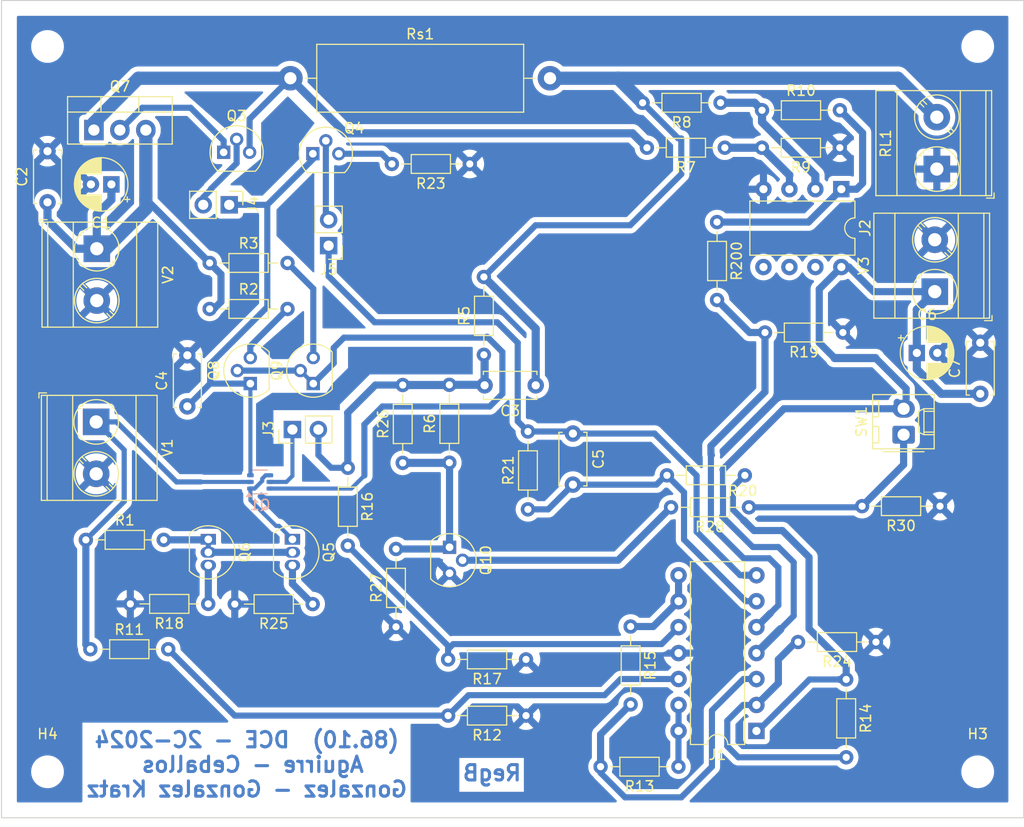
<source format=kicad_pcb>
(kicad_pcb (version 20240108) (generator "pcbnew") (generator_version "8.0")
  (layers (0 "F.Cu" signal) (31 "B.Cu" signal) (34 "B.Paste" user) (35 "F.Paste" user) (36 "B.SilkS" user "B.Silkscreen") (37 "F.SilkS" user "F.Silkscreen") (38 "B.Mask" user) (39 "F.Mask" user) (44 "Edge.Cuts" user))
  (net 0 "")
  (net 1 "Vreg")
  (net 2 "GND")
  (net 3 "Vref")
  (net 4 "Net-(R28-Pad1)")
  (net 5 "Net-(J1-Pin_3)")
  (net 6 "Vs1")
  (net 7 "Vs2")
  (net 8 "Net-(Q6-E)")
  (net 9 "Op2_V+")
  (net 10 "Op2_V-")
  (net 11 "Vref_C")
  (net 12 "Op2_Vout")
  (net 13 "Net-(Q4-E)")
  (net 14 "Net-(Q5-E)")
  (net 15 "Net-(J2-Pin_1)")
  (net 16 "Net-(J2-Pin_2)")
  (net 17 "Net-(Q10-D)")
  (net 18 "Vf")
  (net 19 "Net-(Q10-G)")
  (net 20 "Net-(Q5-B)")
  (net 21 "Net-(Q8-E)")
  (net 22 "Net-(Q9-E)")
  (net 23 "Net-(J2-Pin_3)")
  (net 24 "Net-(J1-Pin_2)")
  (net 25 "Net-(J1-Pin_12)")
  (net 26 "Net-(J1-Pin_13)")
  (net 27 "Net-(J1-Pin_8)")
  (net 28 "Net-(J1-Pin_10)")
  (net 29 "Net-(Q1A-E1)")
  (net 30 "Net-(Q3-C)")
  (net 31 "Vb")
  (net 32 "Net-(Q1A-C1)")
  (net 36 "V_sup")
  (net 37 "Net-(J3-Pin_1)")
  (net 38 "Net-(J4-Pin_2)")
  (net 39 "Net-(J5-Pin_2)")
  (footprint "Resistor_THT:R_Axial_DIN0204_L3.6mm_D1.6mm_P7.62mm_Horizontal" (layer "F.Cu") (at 121.81 79.24 90)
    (property "Reference" "R6")
    (property "Value" "2,2k")
  )
  (footprint "Resistor_THT:R_Axial_DIN0204_L3.6mm_D1.6mm_P7.62mm_Horizontal" (layer "F.Cu") (at 151.12 83.61 180)
    (property "Reference" "R28")
    (property "Value" "1K")
  )
  (footprint "Package_TO_SOT_THT:TO-92" (layer "F.Cu") (at 102.34 71.5 90)
    (property "Reference" "Q8")
    (property "Value" "BC557C")
  )
  (footprint "Resistor_THT:R_Axial_DIN0204_L3.6mm_D1.6mm_P7.62mm_Horizontal" (layer "F.Cu") (at 150.72 80.48 180)
    (property "Reference" "R20")
    (property "Value" "2,2K")
  )
  (footprint "Resistor_THT:R_Axial_DIN0204_L3.6mm_D1.6mm_P7.62mm_Horizontal" (layer "F.Cu") (at 160.635 100.46 -90)
    (property "Reference" "R14")
    (property "Value" "1K")
  )
  (footprint "Resistor_THT:R_Axial_DIN0204_L3.6mm_D1.6mm_P7.62mm_Horizontal" (layer "F.Cu") (at 98.36 64.19)
    (property "Reference" "R2")
    (property "Value" "100")
  )
  (footprint "Resistor_THT:R_Axial_DIN0204_L3.6mm_D1.6mm_P7.62mm_Horizontal" (layer "F.Cu") (at 98.36 59.69)
    (property "Reference" "R3")
    (property "Value" "100")
  )
  (footprint "Connector_PinHeader_2.54mm:PinHeader_1x02_P2.54mm_Vertical" (layer "F.Cu") (at 106.46 76 90)
    (property "Reference" "J3")
    (property "Value" "Conn_01x02_Pin")
  )
  (footprint "Package_TO_SOT_THT:TO-92_Inline" (layer "F.Cu") (at 106.46 86.745 -90)
    (property "Reference" "Q5")
    (property "Value" "BC547")
  )
  (footprint "Capacitor_THT:CP_Radial_D5.0mm_P2.00mm" (layer "F.Cu") (at 167.544888 68.5)
    (property "Reference" "C6")
    (property "Value" "10u")
  )
  (footprint "Capacitor_THT:C_Disc_D5.0mm_W2.5mm_P5.00mm" (layer "F.Cu") (at 133.9 76.39 -90)
    (property "Reference" "C5")
    (property "Value" "120n")
  )
  (footprint "Capacitor_THT:CP_Radial_D5.0mm_P2.00mm" (layer "F.Cu") (at 88.75 52 180)
    (property "Reference" "C1")
    (property "Value" "10u")
  )
  (footprint "Resistor_THT:R_Axial_DIN0204_L3.6mm_D1.6mm_P7.62mm_Horizontal" (layer "F.Cu") (at 86.69 97.5)
    (property "Reference" "R11")
    (property "Value" "2,2k")
  )
  (footprint "Resistor_THT:R_Axial_Power_L20.0mm_W6.4mm_P25.40mm" (layer "F.Cu") (at 106.26 41.61)
    (property "Reference" "Rs1")
    (property "Value" "0,1K")
  )
  (footprint "Resistor_THT:R_Axial_DIN0204_L3.6mm_D1.6mm_P7.62mm_Horizontal" (layer "F.Cu") (at 148.34 44.01 180)
    (property "Reference" "R8")
    (property "Value" "2,2K")
  )
  (footprint "Resistor_THT:R_Axial_DIN0204_L3.6mm_D1.6mm_P7.62mm_Horizontal" (layer "F.Cu") (at 169.81 83.5 180)
    (property "Reference" "R30")
    (property "Value" "20k")
  )
  (footprint "MountingHole:MountingHole_2.7mm_M2.5" (layer "F.Cu") (at 82.5 38.5)
    (property "Reference" "H2")
    (property "Value" "MountingHole")
  )
  (footprint "Resistor_THT:R_Axial_DIN0204_L3.6mm_D1.6mm_P7.62mm_Horizontal" (layer "F.Cu") (at 116.59 95.31 90)
    (property "Reference" "R27")
    (property "Value" "1,2K")
  )
  (footprint "Resistor_THT:R_Axial_DIN0204_L3.6mm_D1.6mm_P7.62mm_Horizontal" (layer "F.Cu") (at 111.875 79.74 -90)
    (property "Reference" "R16")
    (property "Value" "1k")
  )
  (footprint "Resistor_THT:R_Axial_DIN0204_L3.6mm_D1.6mm_P7.62mm_Horizontal" (layer "F.Cu") (at 144.225 109 180)
    (property "Reference" "R13")
    (property "Value" "1,1k")
  )
  (footprint "Resistor_THT:R_Axial_DIN0204_L3.6mm_D1.6mm_P7.62mm_Horizontal" (layer "F.Cu") (at 129.5 83.81 90)
    (property "Reference" "R21")
    (property "Value" "82K")
  )
  (footprint "Capacitor_THT:C_Disc_D5.0mm_W2.5mm_P5.00mm" (layer "F.Cu") (at 96.18 73.73 90)
    (property "Reference" "C4")
    (property "Value" "22n")
  )
  (footprint "Resistor_THT:R_Axial_DIN0204_L3.6mm_D1.6mm_P7.62mm_Horizontal" (layer "F.Cu") (at 160.31 66.5 180)
    (property "Reference" "R19")
    (property "Value" "82K")
  )
  (footprint "Resistor_THT:R_Axial_DIN0204_L3.6mm_D1.6mm_P7.62mm_Horizontal" (layer "F.Cu") (at 117.25 79.26 90)
    (property "Reference" "R26")
    (property "Value" "2,7k")
  )
  (footprint "Resistor_THT:R_Axial_DIN0204_L3.6mm_D1.6mm_P7.62mm_Horizontal" (layer "F.Cu") (at 98.22 93.065 180)
    (property "Reference" "R18")
    (property "Value" "820")
  )
  (footprint "MountingHole:MountingHole_2.7mm_M2.5" (layer "F.Cu") (at 173.5 38.5)
    (property "Reference" "H1")
    (property "Value" "MountingHole")
  )
  (footprint "Package_DIP:DIP-14_W7.62mm" (layer "F.Cu") (at 151.855 105.5 180)
    (property "Reference" "J1")
    (property "Value" "Conn_02x07_Counter_Clockwise_MountingPin")
  )
  (footprint "Connector_Molex:Molex_KK-254_AE-6410-02A_1x02_P2.54mm_Vertical" (layer "F.Cu") (at 166.25 76.5 90)
    (property "Reference" "SW1")
    (property "Value" "SW_DIP_x01")
  )
  (footprint "MountingHole:MountingHole_2.7mm_M2.5" (layer "F.Cu") (at 82.5 109.5)
    (property "Reference" "H4")
    (property "Value" "MountingHole")
  )
  (footprint "Resistor_THT:R_Axial_DIN0204_L3.6mm_D1.6mm_P7.62mm_Horizontal" (layer "F.Cu") (at 163.545 96.8 180)
    (property "Reference" "R24")
    (property "Value" "1K")
  )
  (footprint "Package_TO_SOT_THT:TO-92_Inline" (layer "F.Cu") (at 98.23 86.745 -90)
    (property "Reference" "Q6")
    (property "Value" "BC547")
  )
  (footprint "Resistor_THT:R_Axial_DIN0204_L3.6mm_D1.6mm_P7.62mm_Horizontal" (layer "F.Cu") (at 123.81 50 180)
    (property "Reference" "R23")
    (property "Value" "75")
  )
  (footprint "TerminalBlock_Phoenix:TerminalBlock_Phoenix_MKDS-3-2-5.08_1x02_P5.08mm_Horizontal" (layer "F.Cu") (at 87.32 58.295 -90)
    (property "Reference" "V2")
    (property "Value" "6.35")
  )
  (footprint "Resistor_THT:R_Axial_DIN0204_L3.6mm_D1.6mm_P7.62mm_Horizontal" (layer "F.Cu") (at 148 55.69 -90)
    (property "Reference" "R200")
    (property "Value" "2,2K")
  )
  (footprint "Capacitor_THT:C_Disc_D5.0mm_W2.5mm_P5.00mm" (layer "F.Cu") (at 130.26 71.67 180)
    (property "Reference" "C3")
    (property "Value" "1n")
  )
  (footprint "Resistor_THT:R_Axial_DIN0204_L3.6mm_D1.6mm_P7.62mm_Horizontal" (layer "F.Cu") (at 148.76 48.41 180)
    (property "Reference" "R7")
    (property "Value" "2,2K")
  )
  (footprint "Package_TO_SOT_THT:TO-92" (layer "F.Cu") (at 99.73 48.86)
    (property "Reference" "Q3")
    (property "Value" "2N2222")
  )
  (footprint "Capacitor_THT:C_Disc_D5.0mm_W2.5mm_P5.00mm" (layer "F.Cu") (at 173.75 72.5 90)
    (property "Reference" "C7")
    (property "Value" "10n")
  )
  (footprint "MountingHole:MountingHole_2.7mm_M2.5" (layer "F.Cu") (at 173.5 109.5)
    (property "Reference" "H3")
    (property "Value" "MountingHole")
  )
  (footprint "TerminalBlock_Phoenix:TerminalBlock_Phoenix_MKDS-3-2-5.08_1x02_P5.08mm_Horizontal" (layer "F.Cu") (at 169.3 62.5 90)
    (property "Reference" "V3")
    (property "Value" "6")
  )
  (footprint "Package_TO_SOT_THT:TO-92" (layer "F.Cu") (at 108.46 49)
    (property "Reference" "Q4")
    (property "Value" "2N2222")
  )
  (footprint "TerminalBlock_Phoenix:TerminalBlock_Phoenix_MKDS-3-2-5.08_1x02_P5.08mm_Horizontal" (layer "F.Cu") (at 87.26 75.25 -90)
    (property "Reference" "V1")
    (property "Value" "1,2")
  )
  (footprint "Resistor_THT:R_Axial_DIN0204_L3.6mm_D1.6mm_P7.62mm_Horizontal" (layer "F.Cu") (at 152.4 44.74)
    (property "Reference" "R10")
    (property "Value" "22K")
  )
  (footprint "Capacitor_THT:C_Disc_D5.0mm_W2.5mm_P5.00mm" (layer "F.Cu") (at 82.5 53.75 90)
    (property "Reference" "C2")
    (property "Value" "10n")
  )
  (footprint "Resistor_THT:R_Axial_DIN0204_L3.6mm_D1.6mm_P7.62mm_Horizontal" (layer "F.Cu") (at 129.31 98.5 180)
    (property "Reference" "R17")
    (property "Value" "11k")
  )
  (footprint "Package_TO_SOT_THT:TO-220-3_Vertical" (layer "F.Cu") (at 87.04 46.68)
    (property "Reference" "Q7")
    (property "Value" "TIP42C")
  )
  (footprint "Resistor_THT:R_Axial_DIN0204_L3.6mm_D1.6mm_P7.62mm_Horizontal" (layer "F.Cu") (at 129.31 104 180)
    (property "Reference" "R12")
    (property "Value" "910")
  )
  (footprint "TerminalBlock_Phoenix:TerminalBlock_Phoenix_MKDS-3-2-5.08_1x02_P5.08mm_Horizontal" (layer "F.Cu") (at 169.5 50.5 90)
    (property "Reference" "RL1")
    (property "Value" "R")
  )
  (footprint "Package_TO_SOT_THT:TO-92" (layer "F.Cu") (at 121.83 87.52 -90)
    (property "Reference" "Q10")
    (property "Value" "BS170")
  )
  (footprint "Resistor_THT:R_Axial_DIN0204_L3.6mm_D1.6mm_P7.62mm_Horizontal" (layer "F.Cu") (at 108.44 93.085 180)
    (property "Reference" "R25")
    (property "Value" "820")
  )
  (footprint "Resistor_THT:R_Axial_DIN0204_L3.6mm_D1.6mm_P7.62mm_Horizontal" (layer "F.Cu") (at 125.19 68.68 90)
    (property "Reference" "R5")
    (property "Value" "3,6K")
  )
  (footprint "Package_DIP:DIP-8_W7.62mm" (layer "F.Cu") (at 160.16 52.47 -90)
    (property "Reference" "J2")
    (property "Value" "OP295")
  )
  (footprint "Package_TO_SOT_THT:TO-92" (layer "F.Cu") (at 108.5 71.5 90)
    (property "Reference" "Q9")
    (property "Value" "BC557C")
  )
  (footprint "Resistor_THT:R_Axial_DIN0204_L3.6mm_D1.6mm_P7.62mm_Horizontal" (layer "F.Cu") (at 160.01 48.41 180)
    (property "Reference" "R9")
    (property "Value" "22K")
  )
  (footprint "Resistor_THT:R_Axial_DIN0204_L3.6mm_D1.6mm_P7.62mm_Horizontal" (layer "F.Cu") (at 139.545 95.28 -90)
    (property "Reference" "R15")
    (property "Value" "1k")
  )
  (footprint "Connector_PinHeader_2.54mm:PinHeader_1x02_P2.54mm_Vertical" (layer "F.Cu") (at 110 58 180)
    (property "Reference" "J5")
    (property "Value" "Conn_01x02_Pin")
  )
  (footprint "Resistor_THT:R_Axial_DIN0204_L3.6mm_D1.6mm_P7.62mm_Horizontal" (layer "F.Cu") (at 86.25 86.795)
    (property "Reference" "R1")
    (property "Value" "100")
  )
  (footprint "Connector_PinHeader_2.54mm:PinHeader_1x02_P2.54mm_Vertical" (layer "F.Cu") (at 100.275 54 -90)
    (property "Reference" "J4")
    (property "Value" "Conn_01x02_Pin")
  )
  (footprint "Package_TO_SOT_SMD:SOT-363_SC-70-6" (layer "B.Cu") (at 103.3 81.125)
    (property "Reference" "Q1")
    (property "Value" "BC847BPN")
  )
  (gr_poly (pts (xy 113.5 66) (xy 109.5 62) (xy 109.5 66)) (stroke (width 0.2)) (fill solid) (layer "B.Cu"))
  (gr_poly (pts (xy 107.5 64.5) (xy 103.5 68) (xy 104.5 69) (xy 106 69) (xy 107.5 67.5)) (stroke (width 0.2)) (fill solid) (layer "B.Cu"))
  (gr_poly (pts (xy 103.5 49.5) (xy 100.5 52) (xy 101.5 52) (xy 102.5 53) (xy 103.5 53) (xy 107 49.5)) (stroke (width 0.2)) (fill solid) (layer "B.Cu"))
  (gr_poly (pts (xy 112 70) (xy 110.5 71.5) (xy 109.5 73) (xy 111 73.5) (xy 114.5 70)) (stroke (width 0.2)) (fill solid) (layer "B.Cu"))
  (gr_poly (pts (xy 103 79.5) (xy 103 73.5) (xy 104.5 72.5) (xy 104.5 79.5)) (stroke (width 0.2)) (fill solid) (layer "B.Cu"))
  (gr_poly (pts (xy 104.5 74) (xy 104.5 72.5) (xy 111 72.5) (xy 111 74)) (stroke (width 0.2)) (fill solid) (layer "B.Cu"))
  (gr_poly (pts (xy 108.5 60.5) (xy 105 57) (xy 105 54.5) (xy 108.5 51)) (stroke (width 0.2)) (fill solid) (layer "B.Cu"))
  (gr_poly (pts (xy 107 49.5) (xy 103.5 49.5) (xy 103.5 46) (xy 106 43.5) (xy 108.5 46) (xy 107 48)) (stroke (width 0.2)) (fill solid) (layer "B.Cu"))
  (gr_poly (pts (xy 107.5 78.5) (xy 110 81) (xy 107.5 81)) (stroke (width 0.2)) (fill solid) (layer "B.Cu"))
  (gr_poly (pts (xy 104.5 77.5) (xy 105.5 77.5) (xy 105.5 79.5) (xy 104.5 79.5)) (stroke (width 0.2)) (fill solid) (layer "B.Cu"))
  (gr_poly (pts (xy 112 70.5) (xy 124 70.5) (xy 124 68) (xy 112 68)) (stroke (width 0.2)) (fill solid) (layer "B.Cu"))
  (gr_poly (pts (xy 96 43) (xy 103.5 43) (xy 100 46.5)) (stroke (width 0.2)) (fill solid) (layer "B.Cu"))
  (gr_rect (start 78 34) (end 178 114) (stroke (width 0.1)) (fill none) (layer "Edge.Cuts"))
  (gr_text "RegB\n" (at 129 110.5 0) (layer "B.Cu") (effects (font (size 1.5 1.5) (thickness 0.3) (bold yes)) (justify left bottom mirror)))
  (gr_text "(86.10)  DCE - 2C-2024\nAguirre - Ceballos \nGonzalez - Gonzalez Kratz\n\n" (at 102 114.5 0) (layer "B.Cu") (effects (font (size 1.5 1.5) (thickness 0.3) (bold yes)) (justify bottom mirror)))
  (segment (start 87.32 58.295) (end 88.205 58.295) (width 1.3) (layer "B.Cu") (net 1))
  (segment (start 88.75 52) (end 88.75 53.5) (width 0.8) (layer "B.Cu") (net 1))
  (segment (start 99.47 60.8) (end 99.47 63.49) (width 0.7) (layer "B.Cu") (net 1))
  (segment (start 87.32 54.93) (end 87.32 58.295) (width 0.8) (layer "B.Cu") (net 1))
  (segment (start 88.205 58.295) (end 92.12 54.38) (width 1.3) (layer "B.Cu") (net 1))
  (segment (start 92.12 53.5) (end 92.12 46.68) (width 1.3) (layer "B.Cu") (net 1))
  (segment (start 92.12 54.38) (end 92.12 53.5) (width 1.3) (layer "B.Cu") (net 1))
  (segment (start 82.5 55.5) (end 85.295 58.295) (width 0.8) (layer "B.Cu") (net 1))
  (segment (start 88.75 53.5) (end 87.32 54.93) (width 0.8) (layer "B.Cu") (net 1))
  (segment (start 82.5 53.75) (end 82.5 55.5) (width 0.8) (layer "B.Cu") (net 1))
  (segment (start 99.47 63.49) (end 98.77 64.19) (width 0.7) (layer "B.Cu") (net 1))
  (segment (start 98.36 59.69) (end 99.47 60.8) (width 0.7) (layer "B.Cu") (net 1))
  (segment (start 98.36 59.69) (end 92.17 53.5) (width 0.7) (layer "B.Cu") (net 1))
  (segment (start 98.77 64.19) (end 98.36 64.19) (width 0.7) (layer "B.Cu") (net 1))
  (segment (start 92.17 53.5) (end 92.12 53.5) (width 0.6) (layer "B.Cu") (net 1))
  (segment (start 85.295 58.295) (end 87.32 58.295) (width 0.8) (layer "B.Cu") (net 1))
  (segment (start 90 83.045) (end 86.25 86.795) (width 0.508) (layer "B.Cu") (net 3))
  (segment (start 89.25 75.25) (end 95.125 81.125) (width 0.508) (layer "B.Cu") (net 3))
  (segment (start 89.25 75.25) (end 87.26 75.25) (width 0.508) (layer "B.Cu") (net 3))
  (segment (start 86.25 97.06) (end 86.69 97.5) (width 0.7) (layer "B.Cu") (net 3))
  (segment (start 90 77.99) (end 90 83.045) (width 0.508) (layer "B.Cu") (net 3))
  (segment (start 97.5 81.125) (end 102.35 81.125) (width 0.4) (layer "B.Cu") (net 3))
  (segment (start 87.26 75.25) (end 90 77.99) (width 0.508) (layer "B.Cu") (net 3))
  (segment (start 86.25 86.795) (end 86.25 97.06) (width 0.7) (layer "B.Cu") (net 3))
  (segment (start 95.125 81.125) (end 97.5 81.125) (width 0.508) (layer "B.Cu") (net 3))
  (segment (start 162.08 83.61) (end 162.19 83.5) (width 0.6) (layer "B.Cu") (net 4))
  (segment (start 166.25 79.44) (end 162.19 83.5) (width 0.7) (layer "B.Cu") (net 4))
  (segment (start 166.25 76.5) (end 166.25 79.44) (width 0.7) (layer "B.Cu") (net 4))
  (segment (start 151.12 83.61) (end 162.08 83.61) (width 0.6) (layer "B.Cu") (net 4))
  (segment (start 136.605 109.605) (end 139 112) (width 0.6) (layer "B.Cu") (net 5))
  (segment (start 147.5 103.5) (end 150.58 100.42) (width 0.6) (layer "B.Cu") (net 5))
  (segment (start 139 112) (end 144.5 112) (width 0.6) (layer "B.Cu") (net 5))
  (segment (start 136.605 109) (end 136.605 109.605) (width 0.6) (layer "B.Cu") (net 5))
  (segment (start 147.5 109) (end 147.5 103.5) (width 0.6) (layer "B.Cu") (net 5))
  (segment (start 144.5 112) (end 147.5 109) (width 0.6) (layer "B.Cu") (net 5))
  (segment (start 136.605 105.84) (end 139.545 102.9) (width 0.7) (layer "B.Cu") (net 5))
  (segment (start 151.855 100.42) (end 151.855 100.89) (width 0.7) (layer "B.Cu") (net 5))
  (segment (start 150.58 100.42) (end 151.855 100.42) (width 0.6) (layer "B.Cu") (net 5))
  (segment (start 136.605 109) (end 136.605 105.84) (width 0.7) (layer "B.Cu") (net 5))
  (segment (start 139.73 47) (end 111.65 47) (width 0.8) (layer "B.Cu") (net 6))
  (segment (start 87.04 45.96) (end 87.04 46.68) (width 1.3) (layer "B.Cu") (net 6))
  (segment (start 102.27 45.6) (end 102.27 48.86) (width 0.6) (layer "B.Cu") (net 6))
  (segment (start 91.39 41.61) (end 87.04 45.96) (width 1.3) (layer "B.Cu") (net 6))
  (segment (start 106.26 41.61) (end 102.27 45.6) (width 0.6) (layer "B.Cu") (net 6))
  (segment (start 106.26 41.61) (end 91.39 41.61) (width 1.3) (layer "B.Cu") (net 6))
  (segment (start 141.14 48.41) (end 139.73 47) (width 0.8) (layer "B.Cu") (net 6))
  (segment (start 111.65 47) (end 106.26 41.61) (width 0.8) (layer "B.Cu") (net 6))
  (segment (start 130.26 66.13) (end 125.19 61.06) (width 0.8) (layer "B.Cu") (net 7))
  (segment (start 131.66 41.61) (end 131.77 41.5) (width 1.3) (layer "B.Cu") (net 7))
  (segment (start 138.32 41.61) (end 165.69 41.61) (width 1.3) (layer "B.Cu") (net 7))
  (segment (start 138.32 41.61) (end 140.72 44.01) (width 1.3) (layer "B.Cu") (net 7))
  (segment (start 144.5 47.5) (end 144.21 47.5) (width 0.6) (layer "B.Cu") (net 7))
  (segment (start 139.5 56) (end 144.5 51) (width 0.6) (layer "B.Cu") (net 7))
  (segment (start 144.21 47.5) (end 140.72 44.01) (width 0.6) (layer "B.Cu") (net 7))
  (segment (start 165.69 41.61) (end 169.5 45.42) (width 1.3) (layer "B.Cu") (net 7))
  (segment (start 144.5 51) (end 144.5 47.5) (width 0.6) (layer "B.Cu") (net 7))
  (segment (start 125.19 61.06) (end 130.25 56) (width 0.6) (layer "B.Cu") (net 7))
  (segment (start 131.66 41.61) (end 138.32 41.61) (width 1.3) (layer "B.Cu") (net 7))
  (segment (start 130.26 71.67) (end 130.26 66.13) (width 0.8) (layer "B.Cu") (net 7))
  (segment (start 130.25 56) (end 139.5 56) (width 0.6) (layer "B.Cu") (net 7))
  (segment (start 98.23 93.055) (end 98.22 93.065) (width 0.508) (layer "B.Cu") (net 8))
  (segment (start 98.23 89.285) (end 98.23 93.055) (width 0.7) (layer "B.Cu") (net 8))
  (segment (start 147.4 77.6) (end 147.4 78.4) (width 0.7) (layer "B.Cu") (net 9))
  (segment (start 147.4 85.4) (end 147.4 78.6) (width 0.6) (layer "B.Cu") (net 9))
  (segment (start 154 89.5) (end 153.1 88.6) (width 0.6) (layer "B.Cu") (net 9))
  (segment (start 154 93.195) (end 154 89.5) (width 0.6) (layer "B.Cu") (net 9))
  (segment (start 153.225 93.97) (end 154 93.195) (width 0.6) (layer "B.Cu") (net 9))
  (segment (start 147.4 78.6) (end 147.5 78.5) (width 0.6) (layer "B.Cu") (net 9))
  (segment (start 152.69 66.5) (end 151.19 66.5) (width 0.7) (layer "B.Cu") (net 9))
  (segment (start 151.19 66.5) (end 148 63.31) (width 0.7) (layer "B.Cu") (net 9))
  (segment (start 151.855 95.34) (end 153.225 93.97) (width 0.7) (layer "B.Cu") (net 9))
  (segment (start 152.69 72.31) (end 147.4 77.6) (width 0.7) (layer "B.Cu") (net 9))
  (segment (start 152.69 66.5) (end 152.69 72.31) (width 0.7) (layer "B.Cu") (net 9))
  (segment (start 150.6 88.6) (end 147.4 85.4) (width 0.6) (layer "B.Cu") (net 9))
  (segment (start 153.1 88.6) (end 150.6 88.6) (width 0.6) (layer "B.Cu") (net 9))
  (segment (start 144.77 82.15) (end 144.77 86.77) (width 0.6) (layer "B.Cu") (net 10))
  (segment (start 143.1 80.48) (end 144.77 82.15) (width 0.6) (layer "B.Cu") (net 10))
  (segment (start 142.07 81.39) (end 133.9 81.39) (width 0.6) (layer "B.Cu") (net 10))
  (segment (start 150.8 92.8) (end 151.855 92.8) (width 0.6) (layer "B.Cu") (net 10))
  (segment (start 144.77 86.77) (end 150.8 92.8) (width 0.6) (layer "B.Cu") (net 10))
  (segment (start 131.48 83.81) (end 133.9 81.39) (width 0.6) (layer "B.Cu") (net 10))
  (segment (start 143.1 80.48) (end 142.98 80.48) (width 0.6) (layer "B.Cu") (net 10))
  (segment (start 142.98 80.48) (end 142.07 81.39) (width 0.6) (layer "B.Cu") (net 10))
  (segment (start 129.5 83.81) (end 131.48 83.81) (width 0.6) (layer "B.Cu") (net 10))
  (segment (start 157 95.5) (end 160.635 99.135) (width 0.7) (layer "B.Cu") (net 11))
  (segment (start 150.593948 84.88) (end 149.55 83.836052) (width 0.6) (layer "B.Cu") (net 11))
  (segment (start 154.384817 85.884817) (end 157 88.5) (width 0.7) (layer "B.Cu") (net 11))
  (segment (start 149.55 81.65) (end 150.72 80.48) (width 0.6) (layer "B.Cu") (net 11))
  (segment (start 149.55 83.836052) (end 149.55 81.65) (width 0.6) (layer "B.Cu") (net 11))
  (segment (start 157.04 100.46) (end 160 100.46) (width 0.6) (layer "B.Cu") (net 11))
  (segment (start 160 100.46) (end 160.635 100.46) (width 0.7) (layer "B.Cu") (net 11))
  (segment (start 151.615183 85.884817) (end 154.384817 85.884817) (width 0.7) (layer "B.Cu") (net 11))
  (segment (start 152 105.5) (end 157.04 100.46) (width 0.6) (layer "B.Cu") (net 11))
  (segment (start 157 88.5) (end 157 95.5) (width 0.7) (layer "B.Cu") (net 11))
  (segment (start 150.593948 84.88) (end 150.610366 84.88) (width 0.7) (layer "B.Cu") (net 11))
  (segment (start 160.635 100.46) (end 160.66 100.435) (width 0.7) (layer "B.Cu") (net 11))
  (segment (start 160.635 99.135) (end 160.635 100.46) (width 0.7) (layer "B.Cu") (net 11))
  (segment (start 150.610366 84.88) (end 151.615183 85.884817) (width 0.7) (layer "B.Cu") (net 11))
  (segment (start 151.855 105.5) (end 152 105.5) (width 0.6) (layer "B.Cu") (net 11))
  (segment (start 150.26 90.26) (end 146 86) (width 0.6) (layer "B.Cu") (net 12))
  (segment (start 150.74 90.26) (end 150.26 90.26) (width 0.6) (layer "B.Cu") (net 12))
  (segment (start 129.5 76.19) (end 133.7 76.19) (width 0.6) (layer "B.Cu") (net 12))
  (segment (start 128.5 75.19) (end 129.5 76.19) (width 0.6) (layer "B.Cu") (net 12))
  (segment (start 151.855 90.26) (end 150.74 90.26) (width 0.7) (layer "B.Cu") (net 12))
  (segment (start 146 80.5) (end 141.89 76.39) (width 0.6) (layer "B.Cu") (net 12))
  (segment (start 128.5 67.5) (end 128.5 75.19) (width 0.6) (layer "B.Cu") (net 12))
  (segment (start 141.89 76.39) (end 133.9 76.39) (width 0.6) (layer "B.Cu") (net 12))
  (segment (start 110 61) (end 114.5 65.5) (width 0.6) (layer "B.Cu") (net 12))
  (segment (start 150.74 90.26) (end 150.616076 90.26) (width 0.7) (layer "B.Cu") (net 12))
  (segment (start 114.5 65.5) (end 126.5 65.5) (width 0.6) (layer "B.Cu") (net 12))
  (segment (start 110 58) (end 110 61) (width 0.6) (layer "B.Cu") (net 12))
  (segment (start 133.7 76.19) (end 133.9 76.39) (width 0.6) (layer "B.Cu") (net 12))
  (segment (start 126.5 65.5) (end 128.5 67.5) (width 0.6) (layer "B.Cu") (net 12))
  (segment (start 146 86) (end 146 80.5) (width 0.6) (layer "B.Cu") (net 12))
  (segment (start 111 49) (end 115.19 49) (width 0.6) (layer "B.Cu") (net 13))
  (segment (start 115.19 49) (end 116.19 50) (width 0.6) (layer "B.Cu") (net 13))
  (segment (start 106.46 91.105) (end 108.44 93.085) (width 0.7) (layer "B.Cu") (net 14))
  (segment (start 106.46 89.285) (end 106.46 91.105) (width 0.7) (layer "B.Cu") (net 14))
  (segment (start 162.24 51.88) (end 161.65 52.47) (width 0.7) (layer "B.Cu") (net 15))
  (segment (start 148 55.69) (end 156.94 55.69) (width 0.7) (layer "B.Cu") (net 15))
  (segment (start 156.94 55.69) (end 160.16 52.47) (width 0.7) (layer "B.Cu") (net 15))
  (segment (start 160.02 44.74) (end 162.24 46.96) (width 0.7) (layer "B.Cu") (net 15))
  (segment (start 161.65 52.47) (end 160.16 52.47) (width 0.7) (layer "B.Cu") (net 15))
  (segment (start 162.24 46.96) (end 162.24 51.88) (width 0.7) (layer "B.Cu") (net 15))
  (segment (start 152.4 44.923948) (end 152.4 44.74) (width 0.7) (layer "B.Cu") (net 16))
  (segment (start 151.67 44.01) (end 152.4 44.74) (width 0.8) (layer "B.Cu") (net 16))
  (segment (start 148.34 44.01) (end 151.67 44.01) (width 0.8) (layer "B.Cu") (net 16))
  (segment (start 152.4 45.9) (end 157.62 51.12) (width 0.8) (layer "B.Cu") (net 16))
  (segment (start 157.62 51.12) (end 157.62 52.47) (width 0.8) (layer "B.Cu") (net 16))
  (segment (start 152.4 44.74) (end 152.4 45.9) (width 0.8) (layer "B.Cu") (net 16))
  (segment (start 121.66 87.69) (end 121.83 87.52) (width 0.7) (layer "B.Cu") (net 17))
  (segment (start 121.79 79.26) (end 121.81 79.24) (width 0.8) (layer "B.Cu") (net 17))
  (segment (start 121.83 79.26) (end 121.81 79.24) (width 0.7) (layer "B.Cu") (net 17))
  (segment (start 121.77 79.2) (end 121.81 79.24) (width 0.7) (layer "B.Cu") (net 17))
  (segment (start 116.59 87.69) (end 121.66 87.69) (width 0.7) (layer "B.Cu") (net 17))
  (segment (start 117.25 79.26) (end 121.79 79.26) (width 0.8) (layer "B.Cu") (net 17))
  (segment (start 121.83 87.52) (end 121.83 79.26) (width 0.7) (layer "B.Cu") (net 17))
  (segment (start 125.26 71.67) (end 125.26 68.75) (width 0.8) (layer "B.Cu") (net 18))
  (segment (start 121.81 71.62) (end 125.21 71.62) (width 0.8) (layer "B.Cu") (net 18))
  (segment (start 125.26 68.75) (end 125.19 68.68) (width 0.8) (layer "B.Cu") (net 18))
  (segment (start 111.86 74.36) (end 114.58 71.64) (width 0.7) (layer "B.Cu") (net 18))
  (segment (start 121.79 71.64) (end 121.81 71.62) (width 0.8) (layer "B.Cu") (net 18))
  (segment (start 125.21 71.62) (end 125.26 71.67) (width 0.8) (layer "B.Cu") (net 18))
  (segment (start 109 78.5) (end 110.24 79.74) (width 0.6) (layer "B.Cu") (net 18))
  (segment (start 111.86 74.36) (end 111.875 74.375) (width 0.7) (layer "B.Cu") (net 18))
  (segment (start 110.24 79.74) (end 111.875 79.74) (width 0.6) (layer "B.Cu") (net 18))
  (segment (start 114.58 71.64) (end 117.25 71.64) (width 0.7) (layer "B.Cu") (net 18))
  (segment (start 111.875 74.375) (end 111.875 79.74) (width 0.7) (layer "B.Cu") (net 18))
  (segment (start 117.25 71.64) (end 121.79 71.64) (width 0.8) (layer "B.Cu") (net 18))
  (segment (start 109 76) (end 109 78.5) (width 0.6) (layer "B.Cu") (net 18))
  (segment (start 123.1 88.79) (end 138.32 88.79) (width 0.7) (layer "B.Cu") (net 19))
  (segment (start 138.32 88.79) (end 143.5 83.61) (width 0.7) (layer "B.Cu") (net 19))
  (segment (start 93.87 86.795) (end 98.18 86.795) (width 0.7) (layer "B.Cu") (net 20))
  (segment (start 98.23 88.015) (end 106.46 88.015) (width 0.7) (layer "B.Cu") (net 20))
  (segment (start 98.23 88.015) (end 98.23 86.745) (width 0.508) (layer "B.Cu") (net 20))
  (segment (start 98.18 86.795) (end 98.23 86.745) (width 0.508) (layer "B.Cu") (net 20))
  (segment (start 102.34 67.83) (end 105.98 64.19) (width 0.6) (layer "B.Cu") (net 21))
  (segment (start 102.34 68.96) (end 102.34 67.83) (width 0.6) (layer "B.Cu") (net 21))
  (segment (start 108.5 68.96) (end 108.5 62.21) (width 0.6) (layer "B.Cu") (net 22))
  (segment (start 108.5 62.21) (end 105.98 59.69) (width 0.6) (layer "B.Cu") (net 22))
  (segment (start 155.08 52.47) (end 155.08 51.1) (width 0.7) (layer "B.Cu") (net 23))
  (segment (start 148.76 48.41) (end 152.39 48.41) (width 0.8) (layer "B.Cu") (net 23))
  (segment (start 152.39 48.41) (end 155.08 51.1) (width 0.8) (layer "B.Cu") (net 23))
  (segment (start 155.7 96.8) (end 155.925 96.8) (width 0.7) (layer "B.Cu") (net 24))
  (segment (start 154 98.5) (end 155.7 96.8) (width 0.7) (layer "B.Cu") (net 24))
  (segment (start 154 100.815) (end 154 98.5) (width 0.7) (layer "B.Cu") (net 24))
  (segment (start 149 107) (end 150.08 108.08) (width 0.6) (layer "B.Cu") (net 24))
  (segment (start 150.08 108.08) (end 160.635 108.08) (width 0.6) (layer "B.Cu") (net 24))
  (segment (start 151.855 102.96) (end 154 100.815) (width 0.7) (layer "B.Cu") (net 24))
  (segment (start 151.855 102.96) (end 150.54 102.96) (width 0.6) (layer "B.Cu") (net 24))
  (segment (start 149 104.5) (end 149 107) (width 0.6) (layer "B.Cu") (net 24))
  (segment (start 150.54 102.96) (end 149 104.5) (width 0.6) (layer "B.Cu") (net 24))
  (segment (start 123.69 102) (end 121.69 104) (width 0.6) (layer "B.Cu") (net 25))
  (segment (start 100.81 104) (end 94.31 97.5) (width 0.6) (layer "B.Cu") (net 25))
  (segment (start 121.69 104) (end 100.81 104) (width 0.6) (layer "B.Cu") (net 25))
  (segment (start 144.235 100.42) (end 138.58 100.42) (width 0.6) (layer "B.Cu") (net 25))
  (segment (start 138.58 100.42) (end 137 102) (width 0.6) (layer "B.Cu") (net 25))
  (segment (start 137 102) (end 123.69 102) (width 0.6) (layer "B.Cu") (net 25))
  (segment (start 144.235 102.96) (end 144.235 105.5) (width 0.6) (layer "B.Cu") (net 26))
  (segment (start 144.225 109) (end 144.225 105.51) (width 0.6) (layer "B.Cu") (net 26))
  (segment (start 144.225 105.51) (end 144.235 105.5) (width 0.6) (layer "B.Cu") (net 26))
  (segment (start 141.755 95.28) (end 144.235 92.8) (width 0.7) (layer "B.Cu") (net 27))
  (segment (start 139.545 95.28) (end 141.755 95.28) (width 0.7) (layer "B.Cu") (net 27))
  (segment (start 144.235 92.8) (end 144.235 90.26) (width 0.7) (layer "B.Cu") (net 27))
  (segment (start 144.235 95.34) (end 142.575 97) (width 0.6) (layer "B.Cu") (net 28))
  (segment (start 122.19 97) (end 121.69 97.5) (width 0.6) (layer "B.Cu") (net 28))
  (segment (start 121.69 97.5) (end 121.69 98.5) (width 0.6) (layer "B.Cu") (net 28))
  (segment (start 121.69 97.175) (end 121.69 97.5) (width 0.6) (layer "B.Cu") (net 28))
  (segment (start 142.575 97) (end 122.19 97) (width 0.6) (layer "B.Cu") (net 28))
  (segment (start 111.875 87.36) (end 121.69 97.175) (width 0.6) (layer "B.Cu") (net 28))
  (segment (start 105.145 85.43) (end 106.46 86.745) (width 0.4) (layer "B.Cu") (net 29))
  (segment (start 103.505 80.806838) (end 103.836838 80.475) (width 0.4) (layer "B.Cu") (net 29))
  (segment (start 102.35 81.775) (end 102.763162 81.775) (width 0.4) (layer "B.Cu") (net 29))
  (segment (start 102.35 81.775) (end 102.35 82.92) (width 0.4) (layer "B.Cu") (net 29))
  (segment (start 103.505 81.033162) (end 103.505 80.806838) (width 0.4) (layer "B.Cu") (net 29))
  (segment (start 102.763162 81.775) (end 103.505 81.033162) (width 0.4) (layer "B.Cu") (net 29))
  (segment (start 104.86 85.43) (end 105.145 85.43) (width 0.4) (layer "B.Cu") (net 29))
  (segment (start 102.35 82.92) (end 104.86 85.43) (width 0.4) (layer "B.Cu") (net 29))
  (segment (start 103.836838 80.475) (end 104.25 80.475) (width 0.4) (layer "B.Cu") (net 29))
  (segment (start 96.5 44.5) (end 99.73 47.73) (width 0.6) (layer "B.Cu") (net 30))
  (segment (start 89.58 46.68) (end 91.76 44.5) (width 0.6) (layer "B.Cu") (net 30))
  (segment (start 99.73 47.73) (end 99.73 48.86) (width 0.6) (layer "B.Cu") (net 30))
  (segment (start 91.76 44.5) (end 96.5 44.5) (width 0.6) (layer "B.Cu") (net 30))
  (segment (start 104 64) (end 104 54) (width 0.6) (layer "B.Cu") (net 31))
  (segment (start 107 51) (end 108.46 49.54) (width 0.6) (layer "B.Cu") (net 31))
  (segment (start 108.46 49.54) (end 108.46 49) (width 0.6) (layer "B.Cu") (net 31))
  (segment (start 96.18 73.73) (end 98.41 71.5) (width 0.6) (layer "B.Cu") (net 31))
  (segment (start 98.41 69.59) (end 98.41 71.5) (width 0.6) (layer "B.Cu") (net 31))
  (segment (start 102.35 71.51) (end 102.34 71.5) (width 0.4) (layer "B.Cu") (net 31))
  (segment (start 104 64) (end 98.41 69.59) (width 0.6) (layer "B.Cu") (net 31))
  (segment (start 98.41 71.5) (end 102.34 71.5) (width 0.6) (layer "B.Cu") (net 31))
  (segment (start 100.275 54) (end 104 54) (width 0.6) (layer "B.Cu") (net 31))
  (segment (start 102.35 80.475) (end 102.35 71.51) (width 0.4) (layer "B.Cu") (net 31))
  (segment (start 104 54) (end 107 51) (width 0.6) (layer "B.Cu") (net 31))
  (segment (start 110.5 68) (end 111.5 67) (width 0.6) (layer "B.Cu") (net 32))
  (segment (start 125.5 66.91) (end 127 68.41) (width 0.6) (layer "B.Cu") (net 32))
  (segment (start 115.26 73.74) (end 113.5 75.5) (width 0.6) (layer "B.Cu") (net 32))
  (segment (start 108.5 71.5) (end 110.5 69.5) (width 0.6) (layer "B.Cu") (net 32))
  (segment (start 125.76 73.74) (end 115.26 73.74) (width 0.6) (layer "B.Cu") (net 32))
  (segment (start 125.41 67) (end 125.5 66.91) (width 0.6) (layer "B.Cu") (net 32))
  (segment (start 104.25 81.775) (end 112.225 81.775) (width 0.4) (layer "B.Cu") (net 32))
  (segment (start 112.225 81.775) (end 113.5 80.5) (width 0.4) (layer "B.Cu") (net 32))
  (segment (start 127 68.41) (end 127 72.5) (width 0.6) (layer "B.Cu") (net 32))
  (segment (start 111.5 67) (end 125.41 67) (width 0.6) (layer "B.Cu") (net 32))
  (segment (start 113.5 75.5) (end 113.5 80.5) (width 0.6) (layer "B.Cu") (net 32))
  (segment (start 101.07 70.23) (end 107.23 70.23) (width 0.6) (layer "B.Cu") (net 32))
  (segment (start 110.5 69.5) (end 110.5 68) (width 0.6) (layer "B.Cu") (net 32))
  (segment (start 107.23 70.23) (end 108.5 71.5) (width 0.4) (layer "B.Cu") (net 32))
  (segment (start 127 72.5) (end 125.76 73.74) (width 0.6) (layer "B.Cu") (net 32))
  (segment (start 148.5 84.5) (end 151.5 87.5) (width 0.6) (layer "B.Cu") (net 36))
  (segment (start 160.16 60.09) (end 158 62.25) (width 0.7) (layer "B.Cu") (net 36))
  (segment (start 167.544888 68.5) (end 167.544888 64.255112) (width 0.8) (layer "B.Cu") (net 36))
  (segment (start 160.91 60.09) (end 163.32 62.5) (width 0.7) (layer "B.Cu") (net 36))
  (segment (start 151.5 87.5) (end 154 87.5) (width 0.6) (layer "B.Cu") (net 36))
  (segment (start 154 87.5) (end 155.5 89) (width 0.6) (layer "B.Cu") (net 36))
  (segment (start 155.5 94.235) (end 154.195 95.54) (width 0.6) (layer "B.Cu") (net 36))
  (segment (start 148.58 79.92) (end 148.58 84.42) (width 0.6) (layer "B.Cu") (net 36))
  (segment (start 158 67.5) (end 159.5 69) (width 0.7) (layer "B.Cu") (net 36))
  (segment (start 155.5 89) (end 155.5 94.235) (width 0.6) (layer "B.Cu") (net 36))
  (segment (start 166.25 73.96) (end 154.54 73.96) (width 0.7) (layer "B.Cu") (net 36))
  (segment (start 166.5 72) (end 163.5 69) (width 0.7) (layer "B.Cu") (net 36))
  (segment (start 166.25 73.96) (end 165.62 73.33) (width 0.7) (layer "B.Cu") (net 36))
  (segment (start 166.5 72) (end 166.5 73) (width 0.7) (layer "B.Cu") (net 36))
  (segment (start 154.375 74.125) (end 154.125 74.375) (width 0.7) (layer "B.Cu") (net 36))
  (segment (start 160.16 60.09) (end 160.91 60.09) (width 0.7) (layer "B.Cu") (net 36))
  (segment (start 158 62.25) (end 158 67.5) (width 0.7) (layer "B.Cu") (net 36))
  (segment (start 169.944888 72.5) (end 167.544888 70.1) (width 0.8) (layer "B.Cu") (net 36))
  (segment (start 163.32 62.5) (end 169.3 62.5) (width 0.7) (layer "B.Cu") (net 36))
  (segment (start 151.855 97.88) (end 154.195 95.54) (width 0.8) (layer "B.Cu") (net 36))
  (segment (start 173.75 72.5) (end 169.944888 72.5) (width 0.8) (layer "B.Cu") (net 36))
  (segment (start 154.54 73.96) (end 154.375 74.125) (width 0.7) (layer "B.Cu") (net 36))
  (segment (start 159.5 69) (end 163.5 69) (width 0.8) (layer "B.Cu") (net 36))
  (segment (start 148.58 84.42) (end 148.5 84.5) (width 0.6) (layer "B.Cu") (net 36))
  (segment (start 167.544888 64.255112) (end 169.3 62.5) (width 0.8) (layer "B.Cu") (net 36))
  (segment (start 148.58 79.92) (end 154.125 74.375) (width 0.7) (layer "B.Cu") (net 36))
  (segment (start 167.544888 70.1) (end 167.544888 68.5) (width 0.8) (layer "B.Cu") (net 36))
  (segment (start 105.875 81.125) (end 106.46 80.54) (width 0.4) (layer "B.Cu") (net 37))
  (segment (start 106.46 80.54) (end 106.46 76) (width 0.4) (layer "B.Cu") (net 37))
  (segment (start 104.25 81.125) (end 105.875 81.125) (width 0.4) (layer "B.Cu") (net 37))
  (segment (start 97.735 53.265) (end 97.735 54) (width 0.6) (layer "B.Cu") (net 38))
  (segment (start 98.5 52.5) (end 97.735 53.265) (width 0.6) (layer "B.Cu") (net 38))
  (segment (start 98.5 52.43) (end 98.5 52.5) (width 0.6) (layer "B.Cu") (net 38))
  (segment (start 101 47.59) (end 101 49.93) (width 0.6) (layer "B.Cu") (net 38))
  (segment (start 101 49.93) (end 98.5 52.43) (width 0.6) (layer "B.Cu") (net 38))
  (segment (start 109.73 55.19) (end 109.73 47.73) (width 0.6) (layer "B.Cu") (net 39))
  (segment (start 110 55.46) (end 109.73 55.19) (width 0.6) (layer "B.Cu") (net 39))
  (zone (net 2) (net_name "GND") (layer "B.Cu") (connect_pads (clearance 0.5)) (min_thickness 0.25) (fill yes (thermal_gap 0.7) (thermal_bridge_width 0.7))
    (polygon (pts (xy 79.5 35.5) (xy 176.5 35.5) (xy 176.5 112.5) (xy 79.5 112.5)))
  )
)
</source>
